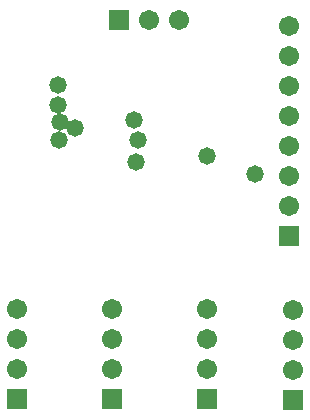
<source format=gbs>
G04*
G04 #@! TF.GenerationSoftware,Altium Limited,Altium Designer,21.6.1 (37)*
G04*
G04 Layer_Color=16711935*
%FSLAX44Y44*%
%MOMM*%
G71*
G04*
G04 #@! TF.SameCoordinates,0F7C46F9-05DF-46B9-B7E4-F31FC23B8959*
G04*
G04*
G04 #@! TF.FilePolarity,Negative*
G04*
G01*
G75*
%ADD27R,1.7032X1.7032*%
%ADD28C,1.7032*%
%ADD29R,1.7032X1.7032*%
%ADD30C,1.4732*%
D27*
X510000Y419200D02*
D03*
X513000Y280600D02*
D03*
X280000Y281600D02*
D03*
X440667D02*
D03*
X360333D02*
D03*
D28*
X510000Y444600D02*
D03*
Y470000D02*
D03*
Y495400D02*
D03*
Y520800D02*
D03*
Y546200D02*
D03*
Y571600D02*
D03*
Y597000D02*
D03*
X391000Y602000D02*
D03*
X416400D02*
D03*
X513000Y356800D02*
D03*
Y331400D02*
D03*
Y306000D02*
D03*
X280000Y357800D02*
D03*
Y332400D02*
D03*
Y307000D02*
D03*
X440667Y357800D02*
D03*
Y332400D02*
D03*
Y307000D02*
D03*
X360333Y357800D02*
D03*
Y332400D02*
D03*
Y307000D02*
D03*
D29*
X365600Y602000D02*
D03*
D30*
X382480Y501000D02*
D03*
X380000Y482000D02*
D03*
X379000Y518000D02*
D03*
X315000Y501000D02*
D03*
X329000Y511000D02*
D03*
X316000Y516000D02*
D03*
X314000Y530000D02*
D03*
Y547000D02*
D03*
X440473Y486750D02*
D03*
X481000Y472000D02*
D03*
M02*

</source>
